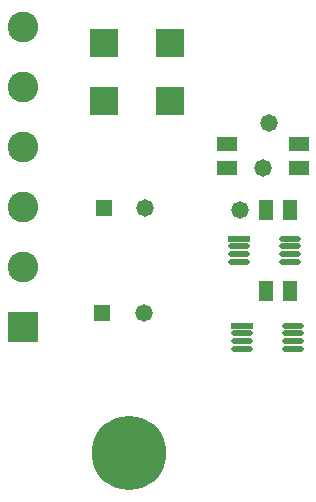
<source format=gts>
G04*
G04 #@! TF.GenerationSoftware,Altium Limited,Altium Designer,20.1.10 (176)*
G04*
G04 Layer_Color=8388736*
%FSLAX24Y24*%
%MOIN*%
G70*
G04*
G04 #@! TF.SameCoordinates,434D76CE-413E-4709-B596-876F764042CA*
G04*
G04*
G04 #@! TF.FilePolarity,Negative*
G04*
G01*
G75*
%ADD14R,0.0680X0.0480*%
%ADD15R,0.0970X0.0930*%
%ADD16R,0.0480X0.0680*%
G04:AMPARAMS|DCode=17|XSize=72.5mil|YSize=19.5mil|CornerRadius=9.7mil|HoleSize=0mil|Usage=FLASHONLY|Rotation=0.000|XOffset=0mil|YOffset=0mil|HoleType=Round|Shape=RoundedRectangle|*
%AMROUNDEDRECTD17*
21,1,0.0725,0.0000,0,0,0.0*
21,1,0.0530,0.0195,0,0,0.0*
1,1,0.0195,0.0265,0.0000*
1,1,0.0195,-0.0265,0.0000*
1,1,0.0195,-0.0265,0.0000*
1,1,0.0195,0.0265,0.0000*
%
%ADD17ROUNDEDRECTD17*%
%ADD18R,0.0725X0.0195*%
%ADD19C,0.2480*%
%ADD20C,0.1025*%
%ADD21R,0.1025X0.1025*%
%ADD22R,0.0582X0.0582*%
%ADD23C,0.0582*%
%ADD24C,0.0580*%
D14*
X33150Y35750D02*
D03*
Y36550D02*
D03*
X30750Y35750D02*
D03*
Y36550D02*
D03*
D15*
X28850Y37985D02*
D03*
Y39915D02*
D03*
X26650Y37971D02*
D03*
Y39900D02*
D03*
D16*
X32050Y34350D02*
D03*
X32850D02*
D03*
X32050Y31650D02*
D03*
X32850D02*
D03*
D17*
X32850Y33384D02*
D03*
Y33128D02*
D03*
Y32872D02*
D03*
Y32616D02*
D03*
X31150D02*
D03*
Y32872D02*
D03*
Y33128D02*
D03*
X32950Y30484D02*
D03*
Y30228D02*
D03*
Y29972D02*
D03*
Y29716D02*
D03*
X31250D02*
D03*
Y29972D02*
D03*
Y30228D02*
D03*
D18*
X31150Y33384D02*
D03*
X31250Y30484D02*
D03*
D19*
X27500Y26250D02*
D03*
D20*
X23950Y40450D02*
D03*
Y38450D02*
D03*
Y36450D02*
D03*
Y34450D02*
D03*
Y32450D02*
D03*
D21*
Y30450D02*
D03*
D22*
X26650Y34400D02*
D03*
X26600Y30900D02*
D03*
D23*
X28028Y34400D02*
D03*
X27978Y30900D02*
D03*
D24*
X31950Y35750D02*
D03*
X32150Y37250D02*
D03*
X31200Y34350D02*
D03*
M02*

</source>
